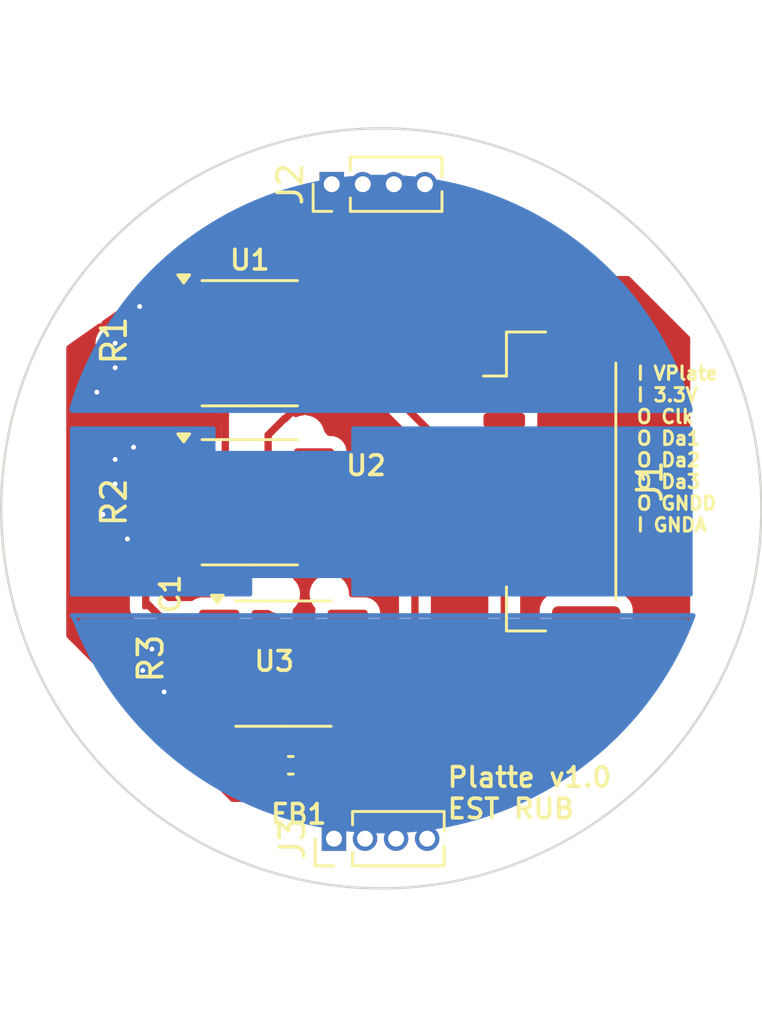
<source format=kicad_pcb>
(kicad_pcb (version 20240108) (generator "pcbnew") (generator_version "8.0")
  (layers (0 "F.Cu" signal) (31 "B.Cu" signal) (34 "B.Paste" user) (35 "F.Paste" user) (36 "B.SilkS" user "B.Silkscreen") (37 "F.SilkS" user "F.Silkscreen") (38 "B.Mask" user) (39 "F.Mask" user) (44 "Edge.Cuts" user))
  (net 0 "")
  (net 1 "GNDA")
  (net 2 "GNDD")
  (net 3 "/amp_data1")
  (net 4 "/amp_data2")
  (net 5 "/amp_data3")
  (net 6 "+3.3VA")
  (net 7 "+3.3VD")
  (net 20 "/analog_inp_1")
  (net 21 "/analog_inp_2")
  (net 22 "/analog_inp_3")
  (footprint "Resistor_SMD:R_0201_0603Metric_Pad0.64x0.40mm_HandSolder" (layer "F.Cu") (at 90 75.8875 90)
    (property "Reference" "R3" (at 0 -1.05 90) (layer "F.SilkS"))
    (property "Value" "R")
    (pad "1" smd roundrect (at -0.4075 0 90) (size 0.635 0.4) (layers "F.Cu" "F.Mask") (net 6 "+3.3VA"))
    (pad "2" smd roundrect (at 0.4075 0 90) (size 0.635 0.4) (layers "F.Cu" "F.Mask") (net 22 "/analog_inp_3"))
  )
  (footprint "Inductor_SMD:L_0402_1005Metric_Pad0.77x0.64mm_HandSolder" (layer "F.Cu") (at 94.6775 80.25)
    (property "Reference" "FB1" (at 0.3225 2 0) (layer "F.SilkS") (effects (font (size 0.8 0.8))))
    (property "Value" "FerriteBead")
    (fp_line (start -0.1002 -0.36) (end 0.1002 -0.36) (stroke (width 0.12)) (layer "F.SilkS"))
    (fp_line (start -0.1002 0.36) (end 0.1002 0.36) (stroke (width 0.12)) (layer "F.SilkS"))
    (pad "1" smd roundrect (at -0.5725 0) (size 0.765 0.64) (layers "F.Cu" "F.Paste" "F.Mask") (net 1 "GNDA"))
    (pad "2" smd roundrect (at 0.5725 0) (size 0.765 0.64) (layers "F.Cu" "F.Paste" "F.Mask") (net 2 "GNDD"))
  )
  (footprint "Resistor_SMD:R_0201_0603Metric_Pad0.64x0.40mm_HandSolder" (layer "F.Cu") (at 88.5 69.5 90)
    (property "Reference" "R2" (at 0 -1.05 90) (layer "F.SilkS"))
    (property "Value" "R")
    (pad "1" smd roundrect (at -0.4075 0 90) (size 0.635 0.4) (layers "F.Cu" "F.Mask") (net 6 "+3.3VA"))
    (pad "2" smd roundrect (at 0.4075 0 90) (size 0.635 0.4) (layers "F.Cu" "F.Mask") (net 21 "/analog_inp_2"))
  )
  (footprint "Package_SO:SOP-8_3.9x4.9mm_P1.27mm" (layer "F.Cu") (at 94.375 76.095)
    (property "Reference" "U3" (at -0.375 -0.095 0) (layer "F.SilkS") (effects (font (size 0.8 0.8))))
    (property "Value" "~")
    (fp_line (start 0 -2.56) (end -1.95 -2.56) (stroke (width 0.12)) (layer "F.SilkS"))
    (fp_line (start 0 -2.56) (end 1.95 -2.56) (stroke (width 0.12)) (layer "F.SilkS"))
    (fp_line (start 0 2.56) (end -1.95 2.56) (stroke (width 0.12)) (layer "F.SilkS"))
    (fp_line (start 0 2.56) (end 1.95 2.56) (stroke (width 0.12)) (layer "F.SilkS"))
    (fp_poly (pts (xy -2.7 -2.465) (xy -2.94 -2.795) (xy -2.46 -2.795) (xy -2.7 -2.465)) (stroke (width 0.12)) (fill solid) (layer "F.SilkS"))
    (pad "1" smd roundrect (at -2.625 -1.905) (size 1.65 0.6) (layers "F.Cu" "F.Paste" "F.Mask") (net 6 "+3.3VA"))
    (pad "2" smd roundrect (at -2.625 -0.635) (size 1.65 0.6) (layers "F.Cu" "F.Paste" "F.Mask") (net 22 "/analog_inp_3"))
    (pad "3" smd roundrect (at -2.625 0.635) (size 1.65 0.6) (layers "F.Cu" "F.Paste" "F.Mask") (net 6 "+3.3VA"))
    (pad "4" smd roundrect (at -2.625 1.905) (size 1.65 0.6) (layers "F.Cu" "F.Paste" "F.Mask") (net 1 "GNDA"))
    (pad "5" smd roundrect (at 2.625 1.905) (size 1.65 0.6) (layers "F.Cu" "F.Paste" "F.Mask") (net 2 "GNDD"))
    (pad "6" smd roundrect (at 2.625 0.635) (size 1.65 0.6) (layers "F.Cu" "F.Paste" "F.Mask") (net 5 "/amp_data3"))
    (pad "7" smd roundrect (at 2.625 -0.635) (size 1.65 0.6) (layers "F.Cu" "F.Paste" "F.Mask"))
    (pad "8" smd roundrect (at 2.625 -1.905) (size 1.65 0.6) (layers "F.Cu" "F.Paste" "F.Mask") (net 7 "+3.3VD"))
  )
  (footprint "Connector_JST:JST_GH_BM07B-GHS-TBT_1x07-1MP_P1.25mm_Vertical" (layer "F.Cu") (at 105.35 68.65 -90)
    (property "Reference" "J1" (at 0 -4 90) (layer "F.SilkS"))
    (property "Value" "Conn_01x07_MountingPin")
    (fp_line (start -6.11 1.86) (end -4.31 1.86) (stroke (width 0.12)) (layer "F.SilkS"))
    (fp_line (start -4.31 1.86) (end -4.31 2.8) (stroke (width 0.12)) (layer "F.SilkS"))
    (fp_line (start 6.11 1.86) (end 4.31 1.86) (stroke (width 0.12)) (layer "F.SilkS"))
    (fp_line (start -6.11 0.26) (end -6.11 1.86) (stroke (width 0.12)) (layer "F.SilkS"))
    (fp_line (start 6.11 0.26) (end 6.11 1.86) (stroke (width 0.12)) (layer "F.SilkS"))
    (fp_line (start -4.84 -2.61) (end 4.84 -2.61) (stroke (width 0.12)) (layer "F.SilkS"))
    (pad "1" smd roundrect (at -3.75 1.95 270) (size 0.6 1.7) (layers "F.Cu" "F.Paste" "F.Mask") (net 6 "+3.3VA"))
    (pad "2" smd roundrect (at -2.5 1.95 270) (size 0.6 1.7) (layers "F.Cu" "F.Paste" "F.Mask") (net 7 "+3.3VD"))
    (pad "3" smd roundrect (at -1.25 1.95 270) (size 0.6 1.7) (layers "F.Cu" "F.Paste" "F.Mask") (net 3 "/amp_data1"))
    (pad "4" smd roundrect (at 0 1.95 270) (size 0.6 1.7) (layers "F.Cu" "F.Paste" "F.Mask") (net 4 "/amp_data2"))
    (pad "5" smd roundrect (at 1.25 1.95 270) (size 0.6 1.7) (layers "F.Cu" "F.Paste" "F.Mask") (net 5 "/amp_data3"))
    (pad "6" smd roundrect (at 2.5 1.95 270) (size 0.6 1.7) (layers "F.Cu" "F.Paste" "F.Mask") (net 2 "GNDD"))
    (pad "7" smd roundrect (at 3.75 1.95 270) (size 0.6 1.7) (layers "F.Cu" "F.Paste" "F.Mask") (net 1 "GNDA"))
    (pad "MP" smd roundrect (at -5.6 -1.4 270) (size 1 2.8) (layers "F.Cu" "F.Paste" "F.Mask"))
    (pad "MP" smd roundrect (at 5.6 -1.4 270) (size 1 2.8) (layers "F.Cu" "F.Paste" "F.Mask"))
  )
  (footprint "Package_SO:SOP-8_3.9x4.9mm_P1.27mm" (layer "F.Cu") (at 93 69.5)
    (property "Reference" "U2" (at 4.75 -1.5 0) (layer "F.SilkS") (effects (font (size 0.8 0.8))))
    (property "Value" "~")
    (fp_line (start 0 -2.56) (end -1.95 -2.56) (stroke (width 0.12)) (layer "F.SilkS"))
    (fp_line (start 0 -2.56) (end 1.95 -2.56) (stroke (width 0.12)) (layer "F.SilkS"))
    (fp_line (start 0 2.56) (end -1.95 2.56) (stroke (width 0.12)) (layer "F.SilkS"))
    (fp_line (start 0 2.56) (end 1.95 2.56) (stroke (width 0.12)) (layer "F.SilkS"))
    (fp_poly (pts (xy -2.7 -2.465) (xy -2.94 -2.795) (xy -2.46 -2.795) (xy -2.7 -2.465)) (stroke (width 0.12)) (fill solid) (layer "F.SilkS"))
    (pad "1" smd roundrect (at -2.625 -1.905) (size 1.65 0.6) (layers "F.Cu" "F.Paste" "F.Mask") (net 6 "+3.3VA"))
    (pad "2" smd roundrect (at -2.625 -0.635) (size 1.65 0.6) (layers "F.Cu" "F.Paste" "F.Mask") (net 21 "/analog_inp_2"))
    (pad "3" smd roundrect (at -2.625 0.635) (size 1.65 0.6) (layers "F.Cu" "F.Paste" "F.Mask") (net 6 "+3.3VA"))
    (pad "4" smd roundrect (at -2.625 1.905) (size 1.65 0.6) (layers "F.Cu" "F.Paste" "F.Mask") (net 1 "GNDA"))
    (pad "5" smd roundrect (at 2.625 1.905) (size 1.65 0.6) (layers "F.Cu" "F.Paste" "F.Mask") (net 2 "GNDD"))
    (pad "6" smd roundrect (at 2.625 0.635) (size 1.65 0.6) (layers "F.Cu" "F.Paste" "F.Mask") (net 4 "/amp_data2"))
    (pad "7" smd roundrect (at 2.625 -0.635) (size 1.65 0.6) (layers "F.Cu" "F.Paste" "F.Mask"))
    (pad "8" smd roundrect (at 2.625 -1.905) (size 1.65 0.6) (layers "F.Cu" "F.Paste" "F.Mask") (net 7 "+3.3VD"))
  )
  (footprint "Connector_PinHeader_1.27mm:PinHeader_1x04_P1.27mm_Vertical" (layer "F.Cu") (at 96.44 83.25 90)
    (property "Reference" "J3" (at 0 -1.695 90) (layer "F.SilkS"))
    (property "Value" "Conn_01x04_Socket")
    (fp_line (start -1.11 -0.76) (end 0 -0.76) (stroke (width 0.12)) (layer "F.SilkS"))
    (fp_line (start -1.11 0) (end -1.11 -0.76) (stroke (width 0.12)) (layer "F.SilkS"))
    (fp_line (start 1.11 0.76) (end 1.11 4.505) (stroke (width 0.12)) (layer "F.SilkS"))
    (fp_line (start 0.563471 0.76) (end 1.11 0.76) (stroke (width 0.12)) (layer "F.SilkS"))
    (fp_line (start -1.11 0.76) (end -0.563471 0.76) (stroke (width 0.12)) (layer "F.SilkS"))
    (fp_line (start -1.11 0.76) (end -1.11 4.505) (stroke (width 0.12)) (layer "F.SilkS"))
    (fp_line (start 0.30753 4.505) (end 1.11 4.505) (stroke (width 0.12)) (layer "F.SilkS"))
    (fp_line (start -1.11 4.505) (end -0.30753 4.505) (stroke (width 0.12)) (layer "F.SilkS"))
    (pad "1" thru_hole rect (at 0 0 90) (size 1 1) (drill 0.65) (layers "*.Cu" "*.Mask"))
    (pad "2" thru_hole oval (at 0 1.27 90) (size 1 1) (drill 0.65) (layers "*.Cu" "*.Mask"))
    (pad "3" thru_hole oval (at 0 2.54 90) (size 1 1) (drill 0.65) (layers "*.Cu" "*.Mask"))
    (pad "4" thru_hole oval (at 0 3.81 90) (size 1 1) (drill 0.65) (layers "*.Cu" "*.Mask"))
  )
  (footprint "Package_SO:SOP-8_3.9x4.9mm_P1.27mm" (layer "F.Cu") (at 93 63)
    (property "Reference" "U1" (at 0 -3.4 0) (layer "F.SilkS") (effects (font (size 0.8 0.8))))
    (property "Value" "~")
    (fp_line (start 0 -2.56) (end -1.95 -2.56) (stroke (width 0.12)) (layer "F.SilkS"))
    (fp_line (start 0 -2.56) (end 1.95 -2.56) (stroke (width 0.12)) (layer "F.SilkS"))
    (fp_line (start 0 2.56) (end -1.95 2.56) (stroke (width 0.12)) (layer "F.SilkS"))
    (fp_line (start 0 2.56) (end 1.95 2.56) (stroke (width 0.12)) (layer "F.SilkS"))
    (fp_poly (pts (xy -2.7 -2.465) (xy -2.94 -2.795) (xy -2.46 -2.795) (xy -2.7 -2.465)) (stroke (width 0.12)) (fill solid) (layer "F.SilkS"))
    (pad "1" smd roundrect (at -2.625 -1.905) (size 1.65 0.6) (layers "F.Cu" "F.Paste" "F.Mask") (net 6 "+3.3VA"))
    (pad "2" smd roundrect (at -2.625 -0.635) (size 1.65 0.6) (layers "F.Cu" "F.Paste" "F.Mask") (net 20 "/analog_inp_1"))
    (pad "3" smd roundrect (at -2.625 0.635) (size 1.65 0.6) (layers "F.Cu" "F.Paste" "F.Mask") (net 6 "+3.3VA"))
    (pad "4" smd roundrect (at -2.625 1.905) (size 1.65 0.6) (layers "F.Cu" "F.Paste" "F.Mask") (net 1 "GNDA"))
    (pad "5" smd roundrect (at 2.625 1.905) (size 1.65 0.6) (layers "F.Cu" "F.Paste" "F.Mask") (net 2 "GNDD"))
    (pad "6" smd roundrect (at 2.625 0.635) (size 1.65 0.6) (layers "F.Cu" "F.Paste" "F.Mask") (net 3 "/amp_data1"))
    (pad "7" smd roundrect (at 2.625 -0.635) (size 1.65 0.6) (layers "F.Cu" "F.Paste" "F.Mask"))
    (pad "8" smd roundrect (at 2.625 -1.905) (size 1.65 0.6) (layers "F.Cu" "F.Paste" "F.Mask") (net 7 "+3.3VD"))
  )
  (footprint "Connector_PinHeader_1.27mm:PinHeader_1x04_P1.27mm_Vertical" (layer "F.Cu") (at 96.35 56.5 90)
    (property "Reference" "J2" (at 0 -1.695 90) (layer "F.SilkS"))
    (property "Value" "Conn_01x04_Socket")
    (fp_line (start -1.11 -0.76) (end 0 -0.76) (stroke (width 0.12)) (layer "F.SilkS"))
    (fp_line (start -1.11 0) (end -1.11 -0.76) (stroke (width 0.12)) (layer "F.SilkS"))
    (fp_line (start 1.11 0.76) (end 1.11 4.505) (stroke (width 0.12)) (layer "F.SilkS"))
    (fp_line (start 0.563471 0.76) (end 1.11 0.76) (stroke (width 0.12)) (layer "F.SilkS"))
    (fp_line (start -1.11 0.76) (end -0.563471 0.76) (stroke (width 0.12)) (layer "F.SilkS"))
    (fp_line (start -1.11 0.76) (end -1.11 4.505) (stroke (width 0.12)) (layer "F.SilkS"))
    (fp_line (start 0.30753 4.505) (end 1.11 4.505) (stroke (width 0.12)) (layer "F.SilkS"))
    (fp_line (start -1.11 4.505) (end -0.30753 4.505) (stroke (width 0.12)) (layer "F.SilkS"))
    (pad "1" thru_hole rect (at 0 0 90) (size 1 1) (drill 0.65) (layers "*.Cu" "*.Mask"))
    (pad "2" thru_hole oval (at 0 1.27 90) (size 1 1) (drill 0.65) (layers "*.Cu" "*.Mask"))
    (pad "3" thru_hole oval (at 0 2.54 90) (size 1 1) (drill 0.65) (layers "*.Cu" "*.Mask"))
    (pad "4" thru_hole oval (at 0 3.81 90) (size 1 1) (drill 0.65) (layers "*.Cu" "*.Mask"))
  )
  (footprint "Resistor_SMD:R_0201_0603Metric_Pad0.64x0.40mm_HandSolder" (layer "F.Cu") (at 88.5 62.8875 90)
    (property "Reference" "R1" (at 0 -1.05 90) (layer "F.SilkS"))
    (property "Value" "R")
    (pad "1" smd roundrect (at -0.4075 0 90) (size 0.635 0.4) (layers "F.Cu" "F.Mask") (net 6 "+3.3VA"))
    (pad "2" smd roundrect (at 0.4075 0 90) (size 0.635 0.4) (layers "F.Cu" "F.Mask") (net 20 "/analog_inp_1"))
  )
  (footprint "Capacitor_SMD:C_01005_0402Metric_Pad0.57x0.30mm_HandSolder" (layer "F.Cu") (at 88.75 73.25 -90)
    (property "Reference" "C1" (at 0 -1 90) (layer "F.SilkS") (effects (font (size 0.8 0.8))))
    (property "Value" "0.1uF")
    (pad "1" smd roundrect (at -0.3375 0 270) (size 0.575 0.3) (layers "F.Cu" "F.Mask") (net 1 "GNDA"))
    (pad "2" smd roundrect (at 0.3375 0 270) (size 0.575 0.3) (layers "F.Cu" "F.Mask") (net 6 "+3.3VA"))
  )
  (gr_arc (start 111.116092 74.133907) (mid 98.474667 82.933616) (end 85.807029 74.171685) (stroke (width 0.2)) (layer "B.Cu") (net 22))
  (gr_line (start 97.25 73.25) (end 97.25 72.5) (stroke (width 0.2)) (layer "B.Cu") (net 21))
  (gr_line (start 85.75 65.75) (end 111 65.75) (stroke (width 0.2)) (layer "B.Cu") (net 20))
  (gr_line (start 97.25 66.5) (end 97.25 67.5) (stroke (width 0.2)) (layer "B.Cu") (net 21))
  (gr_line (start 91.5 66.5) (end 85.75 66.5) (stroke (width 0.2)) (layer "B.Cu") (net 21))
  (gr_arc (start 85.720434 65.708995) (mid 98.354418 56.213173) (end 111 65.693544) (stroke (width 0.2)) (layer "B.Cu") (net 20))
  (gr_line (start 85.75 66.5) (end 85.75 67.5) (stroke (width 0.2)) (layer "B.Cu") (net 21))
  (gr_line (start 97.25 72.5) (end 93 72.5) (stroke (width 0.2)) (layer "B.Cu") (net 21))
  (gr_line (start 85.75 74.133907) (end 111.116092 74.133907) (stroke (width 0.2)) (layer "B.Cu") (net 22))
  (gr_line (start 111 66.5) (end 111 73.25) (stroke (width 0.2)) (layer "B.Cu") (net 21))
  (gr_line (start 111 73.25) (end 97.25 73.25) (stroke (width 0.2)) (layer "B.Cu") (net 21))
  (gr_line (start 93 72.5) (end 93 73.25) (stroke (width 0.2)) (layer "B.Cu") (net 21))
  (gr_line (start 111 66.5) (end 97.25 66.5) (stroke (width 0.2)) (layer "B.Cu") (net 21))
  (gr_line (start 85.75 73.25) (end 85.75 67.5) (stroke (width 0.2)) (layer "B.Cu") (net 21))
  (gr_line (start 93 73.25) (end 85.75 73.25) (stroke (width 0.2)) (layer "B.Cu") (net 21))
  (gr_line (start 91.5 67.5) (end 91.5 66.5) (stroke (width 0.2)) (layer "B.Cu") (net 21))
  (gr_line (start 91.5 67.5) (end 97.25 67.5) (stroke (width 0.2)) (layer "B.Cu") (net 21))
  (gr_circle (center 98.375 69.75) (end 111.375 61.25) (stroke (width 0.1)) (fill none) (layer "Edge.Cuts"))
  (gr_text "I VPlate\nI 3.3V\nO Clk\nO Da1\nO Da2\nO Da3\nO GNDD\nI GNDA" (at 108.75 70.75 0) (layer "F.SilkS") (effects (font (size 0.55 0.55) (thickness 0.125)) (justify left bottom)))
  (gr_text "Platte v1.0\nEST RUB" (at 101 82.5 0) (layer "F.SilkS") (effects (font (size 0.8 0.8)) (justify left bottom)))
  (segment (start 90.375 71.405) (end 90.2575 71.405) (width 0.3) (layer "F.Cu") (net 1))
  (segment (start 103.4 74.85) (end 103.4 72.35) (width 0.3) (layer "F.Cu") (net 1))
  (segment (start 94.105 80.25) (end 94.105 80.855) (width 0.3) (layer "F.Cu") (net 1))
  (segment (start 97 81.25) (end 103.4 74.85) (width 0.3) (layer "F.Cu") (net 1))
  (segment (start 94.105 80.855) (end 94.5 81.25) (width 0.3) (layer "F.Cu") (net 1))
  (segment (start 94.5 81.25) (end 97 81.25) (width 0.3) (layer "F.Cu") (net 1))
  (segment (start 94.105 80.25) (end 94 80.25) (width 0.3) (layer "F.Cu") (net 1))
  (segment (start 90.2575 71.405) (end 88.75 72.9125) (width 0.3) (layer "F.Cu") (net 1))
  (segment (start 95.625 64.905) (end 94.45 66.08) (width 0.3) (layer "F.Cu") (net 2))
  (segment (start 96.733738 78) (end 97 78) (width 0.3) (layer "F.Cu") (net 2))
  (segment (start 93.75 70.5) (end 94.655 71.405) (width 0.3) (layer "F.Cu") (net 2))
  (segment (start 95.25 76.516262) (end 96.733738 78) (width 0.3) (layer "F.Cu") (net 2))
  (segment (start 94.45 66.08) (end 94.42 66.08) (width 0.3) (layer "F.Cu") (net 2))
  (segment (start 93.75 66.75) (end 93.75 70.5) (width 0.3) (layer "F.Cu") (net 2))
  (segment (start 94.655 71.405) (end 95.625 71.405) (width 0.3) (layer "F.Cu") (net 2))
  (segment (start 95.25 71.78) (end 95.25 76.516262) (width 0.3) (layer "F.Cu") (net 2))
  (segment (start 95.625 71.405) (end 95.25 71.78) (width 0.3) (layer "F.Cu") (net 2))
  (segment (start 94.42 66.08) (end 93.75 66.75) (width 0.3) (layer "F.Cu") (net 2))
  (segment (start 97 78) (end 97.75 78) (width 0.3) (layer "F.Cu") (net 2))
  (segment (start 97.385 63.635) (end 95.625 63.635) (width 0.3) (layer "F.Cu") (net 3))
  (segment (start 103.4 67.35) (end 101.1 67.35) (width 0.3) (layer "F.Cu") (net 3))
  (segment (start 101.1 67.35) (end 97.385 63.635) (width 0.3) (layer "F.Cu") (net 3))
  (segment (start 99.4 68.6) (end 103.4 68.6) (width 0.3) (layer "F.Cu") (net 4))
  (segment (start 95.625 70.135) (end 97.865 70.135) (width 0.3) (layer "F.Cu") (net 4))
  (segment (start 97.865 70.135) (end 99.4 68.6) (width 0.3) (layer "F.Cu") (net 4))
  (segment (start 99.75 74.804999) (end 99.75 71) (width 0.3) (layer "F.Cu") (net 5))
  (segment (start 97 76.73) (end 97.824999 76.73) (width 0.3) (layer "F.Cu") (net 5))
  (segment (start 99.75 71) (end 100.9 69.85) (width 0.3) (layer "F.Cu") (net 5))
  (segment (start 97.824999 76.73) (end 99.75 74.804999) (width 0.3) (layer "F.Cu") (net 5))
  (segment (start 100.9 69.85) (end 103.4 69.85) (width 0.3) (layer "F.Cu") (net 5))
  (segment (start 91.75 74.19) (end 89.3525 74.19) (width 0.3) (layer "F.Cu") (net 6))
  (segment (start 89.3525 74.19) (end 88.75 73.5875) (width 0.3) (layer "F.Cu") (net 6))
  (segment (start 89.25 70.02) (end 89.365 70.135) (width 0.3) (layer "F.Cu") (net 6))
  (segment (start 88.5 69.8375) (end 89.0875 69.8375) (width 0.3) (layer "F.Cu") (net 6))
  (segment (start 101.9 64.9) (end 103.4 64.9) (width 0.3) (layer "F.Cu") (net 6))
  (segment (start 91.115 63.635) (end 92 62.75) (width 0.3) (layer "F.Cu") (net 6))
  (segment (start 92 62.75) (end 92 62.25) (width 0.3) (layer "F.Cu") (net 6))
  (segment (start 90.375 67.595) (end 92 65.97) (width 0.3) (layer "F.Cu") (net 6))
  (segment (start 89.365 70.135) (end 90.375 70.135) (width 0.3) (layer "F.Cu") (net 6))
  (segment (start 90.375 70.135) (end 91.199999 70.135) (width 0.3) (layer "F.Cu") (net 6))
  (segment (start 89.25 70) (end 89.25 70.02) (width 0.3) (layer "F.Cu") (net 6))
  (segment (start 89.0875 69.8375) (end 89.25 70) (width 0.3) (layer "F.Cu") (net 6))
  (segment (start 92 62.25) (end 90.845 61.095) (width 0.3) (layer "F.Cu") (net 6))
  (segment (start 89.965 63.225) (end 90.375 63.635) (width 0.3) (layer "F.Cu") (net 6))
  (segment (start 90.375 61.095) (end 91.97 59.5) (width 0.3) (layer "F.Cu") (net 6))
  (segment (start 90.375 63.635) (end 91.115 63.635) (width 0.3) (layer "F.Cu") (net 6))
  (segment (start 92 69.334999) (end 92 65.97) (width 0.3) (layer "F.Cu") (net 6))
  (segment (start 96.5 59.5) (end 101.9 64.9) (width 0.3) (layer "F.Cu") (net 6))
  (segment (start 88.5 63.225) (end 89.965 63.225) (width 0.3) (layer "F.Cu") (net 6))
  (segment (start 90.845 61.095) (end 90.375 61.095) (width 0.3) (layer "F.Cu") (net 6))
  (segment (start 90.505 76.73) (end 90 76.225) (width 0.3) (layer "F.Cu") (net 6))
  (segment (start 91.97 59.5) (end 96.5 59.5) (width 0.3) (layer "F.Cu") (net 6))
  (segment (start 92 65.97) (end 92 62.75) (width 0.3) (layer "F.Cu") (net 6))
  (segment (start 91.75 76.73) (end 90.505 76.73) (width 0.3) (layer "F.Cu") (net 6))
  (segment (start 91.199999 70.135) (end 92 69.334999) (width 0.3) (layer "F.Cu") (net 6))
  (segment (start 95.625 61.095) (end 94.800001 61.095) (width 0.3) (layer "F.Cu") (net 7))
  (segment (start 88.5 62.55) (end 90.19 62.55) (width 0.3) (layer "F.Cu") (net 20))
  (segment (start 87.5 63) (end 87.5 64) (width 0.3) (layer "F.Cu") (net 20))
  (segment (start 88.5 61.5) (end 88.5 62.48) (width 0.3) (layer "F.Cu") (net 20))
  (segment (start 86.75 65) (end 87.5 64.25) (width 0.3) (layer "F.Cu") (net 20))
  (segment (start 88.5 62.55) (end 87.95 62.55) (width 0.3) (layer "F.Cu") (net 20))
  (segment (start 87.95 62.55) (end 87.5 63) (width 0.3) (layer "F.Cu") (net 20))
  (segment (start 87.5 64.25) (end 87.5 64) (width 0.3) (layer "F.Cu") (net 20))
  (via (at 86.75 65) (size 0.6) (drill 0.2) (layers "F.Cu" "B.Cu") (net 20))
  (via (at 87.5 64) (size 0.6) (drill 0.2) (layers "F.Cu" "B.Cu") (net 20))
  (via (at 87.5 63) (size 0.6) (drill 0.2) (layers "F.Cu" "B.Cu") (net 20))
  (via (at 88.5 61.5) (size 0.6) (drill 0.2) (layers "F.Cu" "B.Cu") (net 20))
  (segment (start 88.5 69.1625) (end 88.9125 68.75) (width 0.3) (layer "F.Cu") (net 21))
  (segment (start 87.5 68.75) (end 87 69.25) (width 0.3) (layer "F.Cu") (net 21))
  (segment (start 88 71) (end 87 70) (width 0.3) (layer "F.Cu") (net 21))
  (segment (start 87.5 68.75) (end 88.0875 68.75) (width 0.3) (layer "F.Cu") (net 21))
  (segment (start 87 69.25) (end 87 70) (width 0.3) (layer "F.Cu") (net 21))
  (segment (start 87.5 67.75) (end 87.5 68.75) (width 0.3) (layer "F.Cu") (net 21))
  (segment (start 88.25 67.25) (end 88 67.25) (width 0.3) (layer "F.Cu") (net 21))
  (segment (start 88.9125 68.75) (end 90.26 68.75) (width 0.3) (layer "F.Cu") (net 21))
  (segment (start 88 67.25) (end 87.5 67.75) (width 0.3) (layer "F.Cu") (net 21))
  (segment (start 90.26 68.75) (end 90.375 68.865) (width 0.3) (layer "F.Cu") (net 21))
  (segment (start 88.0875 68.75) (end 88.5 69.1625) (width 0.3) (layer "F.Cu") (net 21))
  (via (at 87.5 68.75) (size 0.6) (drill 0.2) (layers "F.Cu" "B.Cu") (net 21))
  (via (at 87.5 67.75) (size 0.6) (drill 0.2) (layers "F.Cu" "B.Cu") (net 21))
  (via (at 88 71) (size 0.6) (drill 0.2) (layers "F.Cu" "B.Cu") (net 21))
  (via (at 87 70) (size 0.6) (drill 0.2) (layers "F.Cu" "B.Cu") (net 21))
  (via (at 88.25 67.25) (size 0.6) (drill 0.2) (layers "F.Cu" "B.Cu") (net 21))
  (segment (start 88.625 76.375) (end 89.5 77.25) (width 0.3) (layer "F.Cu") (net 22))
  (segment (start 89 75.5) (end 88.625 75.875) (width 0.3) (layer "F.Cu") (net 22))
  (segment (start 89.95 75.5) (end 90 75.55) (width 0.3) (layer "F.Cu") (net 22))
  (segment (start 90.09 75.46) (end 91.75 75.46) (width 0.3) (layer "F.Cu") (net 22))
  (segment (start 90 75.55) (end 90.09 75.46) (width 0.3) (layer "F.Cu") (net 22))
  (segment (start 88.625 75.875) (end 88.625 76.375) (width 0.3) (layer "F.Cu") (net 22))
  (via (at 89 75.5) (size 0.6) (drill 0.2) (layers "F.Cu" "B.Cu") (net 22))
  (via (at 89.5 77.25) (size 0.6) (drill 0.2) (layers "F.Cu" "B.Cu") (net 22))
  (via (at 88.625 76.375) (size 0.6) (drill 0.2) (layers "F.Cu" "B.Cu") (net 22))
  (zone (net 2) (net_name "GNDD") (layer "F.Cu") (priority 2) (connect_pads (clearance 0.5)) (min_thickness 0.25) (fill yes (thermal_gap 0.5) (thermal_bridge_width 0.5))
    (polygon (pts (xy 94.75 60.25) (xy 94.75 81.75) (xy 103.75 81.75) (xy 111 74.5) (xy 111 62.75) (xy 108.5 60.25)))
  )
  (zone (net 1) (net_name "GNDA") (layer "F.Cu") (priority 1) (connect_pads (clearance 0.5)) (min_thickness 0.25) (fill yes (thermal_gap 0.5) (thermal_bridge_width 0.5))
    (polygon (pts (xy 94.25 81.75) (xy 94.25 57) (xy 85.5 63.125) (xy 85.5 75) (xy 92.25 81.75)))
  )
  (zone (net 21) (net_name "/analog_inp_2") (layer "B.Cu") (connect_pads (clearance 0.5)) (min_thickness 0.25) (fill yes (thermal_gap 0.5) (thermal_bridge_width 0.5))
    (polygon (pts (xy 111 66.5) (xy 111 73.25) (xy 97.25 73.25) (xy 97.25 72.5) (xy 93 72.5) (xy 93 73.25) (xy 85.75 73.25) (xy 85.75 66.5) (xy 91.5 66.5) (xy 91.5 67.5) (xy 97.25 67.5) (xy 97.25 66.5)))
  )
  (zone (net 20) (net_name "/analog_inp_1") (layer "B.Cu") (priority 4) (connect_pads (clearance 0.5)) (min_thickness 0.25) (fill yes (thermal_gap 0.5) (thermal_bridge_width 0.5))
    (polygon (pts (xy 85.75 65.75) (xy 111 65.75) (xy 110 63.25) (xy 109 61.5) (xy 107.25 59.75) (xy 105.5 58.25) (xy 103 57) (xy 101.5 56.5) (xy 98.25 56.25) (xy 95.75 56.5) (xy 93.75 57) (xy 92.25 57.75) (xy 90.25 59) (xy 88.5 60.75) (xy 87.5 62) (xy 86.75 63.25) (xy 86.25 64.25)))
  )
  (zone (net 22) (net_name "/analog_inp_3") (layer "B.Cu") (priority 3) (connect_pads (clearance 0.5)) (min_thickness 0.25) (fill yes (thermal_gap 0.5) (thermal_bridge_width 0.5))
    (polygon (pts (xy 111 74.25) (xy 86 74.25) (xy 86 74.75) (xy 86.25 75) (xy 86.25 75.25) (xy 86.5 75.5) (xy 86.5 75.75) (xy 86.75 76) (xy 86.75 76.25) (xy 87 76.5) (xy 87 76.75) (xy 87.25 77) (xy 87.4 77) (xy 87.4 77.2) (xy 87.8 77.6) (xy 87.8 77.8) (xy 88 77.8) (xy 88 78.2) (xy 88.2 78.2) (xy 88.6 78.6) (xy 88.6 78.8) (xy 88.8 79) (xy 89 79) (xy 89 79.2) (xy 89.2 79.2) (xy 89.2 79.4) (xy 89.4 79.4) (xy 90 80) (xy 90.4 80.2) (xy 90.8 80.6) (xy 92.4 81.4) (xy 93 81.8) (xy 94.8 82.4) (xy 96.6 82.8) (xy 99.2 83) (xy 101.6 82.6) (xy 103.8 81.8) (xy 105.8 80.8) (xy 107.2 79.8) (xy 108.8 78) (xy 109.6 77) (xy 110.2 76.2) (xy 110.8 74.8) (xy 111 74.2)))
  )
)
</source>
